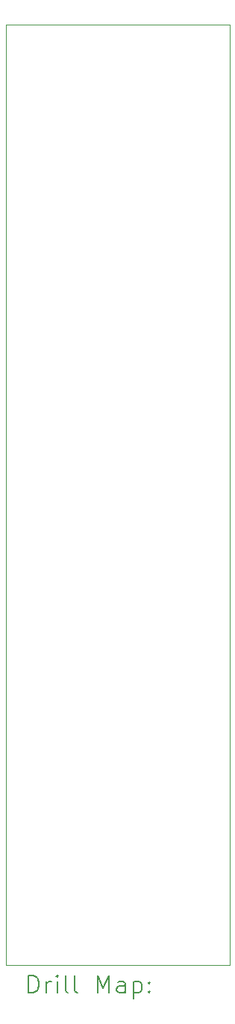
<source format=gbr>
%TF.GenerationSoftware,KiCad,Pcbnew,9.0.6*%
%TF.CreationDate,2026-01-07T12:33:42-06:00*%
%TF.ProjectId,QFN-80_10x10_P0.4,51464e2d-3830-45f3-9130-7831305f5030,rev?*%
%TF.SameCoordinates,Original*%
%TF.FileFunction,Drillmap*%
%TF.FilePolarity,Positive*%
%FSLAX45Y45*%
G04 Gerber Fmt 4.5, Leading zero omitted, Abs format (unit mm)*
G04 Created by KiCad (PCBNEW 9.0.6) date 2026-01-07 12:33:42*
%MOMM*%
%LPD*%
G01*
G04 APERTURE LIST*
%ADD10C,0.050000*%
%ADD11C,0.200000*%
G04 APERTURE END LIST*
D10*
X12573000Y-7493000D02*
X15113000Y-7493000D01*
X15113000Y-18161000D01*
X12573000Y-18161000D01*
X12573000Y-7493000D01*
D11*
X12831277Y-18474984D02*
X12831277Y-18274984D01*
X12831277Y-18274984D02*
X12878896Y-18274984D01*
X12878896Y-18274984D02*
X12907467Y-18284508D01*
X12907467Y-18284508D02*
X12926515Y-18303555D01*
X12926515Y-18303555D02*
X12936039Y-18322603D01*
X12936039Y-18322603D02*
X12945562Y-18360698D01*
X12945562Y-18360698D02*
X12945562Y-18389270D01*
X12945562Y-18389270D02*
X12936039Y-18427365D01*
X12936039Y-18427365D02*
X12926515Y-18446412D01*
X12926515Y-18446412D02*
X12907467Y-18465460D01*
X12907467Y-18465460D02*
X12878896Y-18474984D01*
X12878896Y-18474984D02*
X12831277Y-18474984D01*
X13031277Y-18474984D02*
X13031277Y-18341650D01*
X13031277Y-18379746D02*
X13040801Y-18360698D01*
X13040801Y-18360698D02*
X13050324Y-18351174D01*
X13050324Y-18351174D02*
X13069372Y-18341650D01*
X13069372Y-18341650D02*
X13088420Y-18341650D01*
X13155086Y-18474984D02*
X13155086Y-18341650D01*
X13155086Y-18274984D02*
X13145562Y-18284508D01*
X13145562Y-18284508D02*
X13155086Y-18294031D01*
X13155086Y-18294031D02*
X13164610Y-18284508D01*
X13164610Y-18284508D02*
X13155086Y-18274984D01*
X13155086Y-18274984D02*
X13155086Y-18294031D01*
X13278896Y-18474984D02*
X13259848Y-18465460D01*
X13259848Y-18465460D02*
X13250324Y-18446412D01*
X13250324Y-18446412D02*
X13250324Y-18274984D01*
X13383658Y-18474984D02*
X13364610Y-18465460D01*
X13364610Y-18465460D02*
X13355086Y-18446412D01*
X13355086Y-18446412D02*
X13355086Y-18274984D01*
X13612229Y-18474984D02*
X13612229Y-18274984D01*
X13612229Y-18274984D02*
X13678896Y-18417841D01*
X13678896Y-18417841D02*
X13745562Y-18274984D01*
X13745562Y-18274984D02*
X13745562Y-18474984D01*
X13926515Y-18474984D02*
X13926515Y-18370222D01*
X13926515Y-18370222D02*
X13916991Y-18351174D01*
X13916991Y-18351174D02*
X13897943Y-18341650D01*
X13897943Y-18341650D02*
X13859848Y-18341650D01*
X13859848Y-18341650D02*
X13840801Y-18351174D01*
X13926515Y-18465460D02*
X13907467Y-18474984D01*
X13907467Y-18474984D02*
X13859848Y-18474984D01*
X13859848Y-18474984D02*
X13840801Y-18465460D01*
X13840801Y-18465460D02*
X13831277Y-18446412D01*
X13831277Y-18446412D02*
X13831277Y-18427365D01*
X13831277Y-18427365D02*
X13840801Y-18408317D01*
X13840801Y-18408317D02*
X13859848Y-18398793D01*
X13859848Y-18398793D02*
X13907467Y-18398793D01*
X13907467Y-18398793D02*
X13926515Y-18389270D01*
X14021753Y-18341650D02*
X14021753Y-18541650D01*
X14021753Y-18351174D02*
X14040801Y-18341650D01*
X14040801Y-18341650D02*
X14078896Y-18341650D01*
X14078896Y-18341650D02*
X14097943Y-18351174D01*
X14097943Y-18351174D02*
X14107467Y-18360698D01*
X14107467Y-18360698D02*
X14116991Y-18379746D01*
X14116991Y-18379746D02*
X14116991Y-18436889D01*
X14116991Y-18436889D02*
X14107467Y-18455936D01*
X14107467Y-18455936D02*
X14097943Y-18465460D01*
X14097943Y-18465460D02*
X14078896Y-18474984D01*
X14078896Y-18474984D02*
X14040801Y-18474984D01*
X14040801Y-18474984D02*
X14021753Y-18465460D01*
X14202705Y-18455936D02*
X14212229Y-18465460D01*
X14212229Y-18465460D02*
X14202705Y-18474984D01*
X14202705Y-18474984D02*
X14193182Y-18465460D01*
X14193182Y-18465460D02*
X14202705Y-18455936D01*
X14202705Y-18455936D02*
X14202705Y-18474984D01*
X14202705Y-18351174D02*
X14212229Y-18360698D01*
X14212229Y-18360698D02*
X14202705Y-18370222D01*
X14202705Y-18370222D02*
X14193182Y-18360698D01*
X14193182Y-18360698D02*
X14202705Y-18351174D01*
X14202705Y-18351174D02*
X14202705Y-18370222D01*
M02*

</source>
